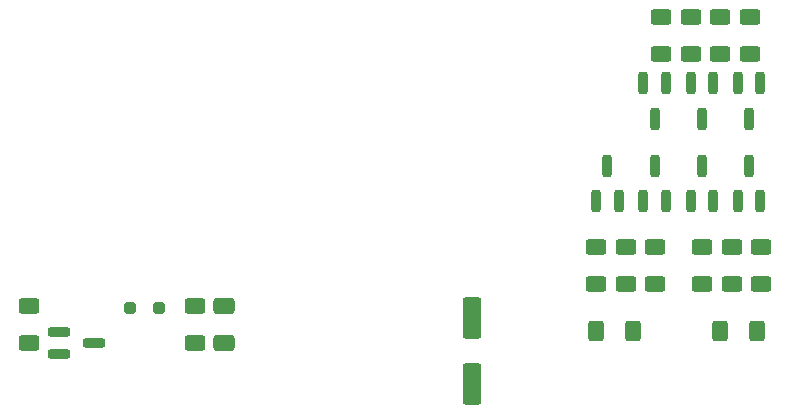
<source format=gbr>
G04 #@! TF.GenerationSoftware,KiCad,Pcbnew,8.0.5-8.0.5-0~ubuntu22.04.1*
G04 #@! TF.CreationDate,2024-09-10T18:29:42+02:00*
G04 #@! TF.ProjectId,Motherboard,4d6f7468-6572-4626-9f61-72642e6b6963,1.0*
G04 #@! TF.SameCoordinates,Original*
G04 #@! TF.FileFunction,Paste,Top*
G04 #@! TF.FilePolarity,Positive*
%FSLAX46Y46*%
G04 Gerber Fmt 4.6, Leading zero omitted, Abs format (unit mm)*
G04 Created by KiCad (PCBNEW 8.0.5-8.0.5-0~ubuntu22.04.1) date 2024-09-10 18:29:42*
%MOMM*%
%LPD*%
G01*
G04 APERTURE LIST*
G04 Aperture macros list*
%AMRoundRect*
0 Rectangle with rounded corners*
0 $1 Rounding radius*
0 $2 $3 $4 $5 $6 $7 $8 $9 X,Y pos of 4 corners*
0 Add a 4 corners polygon primitive as box body*
4,1,4,$2,$3,$4,$5,$6,$7,$8,$9,$2,$3,0*
0 Add four circle primitives for the rounded corners*
1,1,$1+$1,$2,$3*
1,1,$1+$1,$4,$5*
1,1,$1+$1,$6,$7*
1,1,$1+$1,$8,$9*
0 Add four rect primitives between the rounded corners*
20,1,$1+$1,$2,$3,$4,$5,0*
20,1,$1+$1,$4,$5,$6,$7,0*
20,1,$1+$1,$6,$7,$8,$9,0*
20,1,$1+$1,$8,$9,$2,$3,0*%
G04 Aperture macros list end*
%ADD10RoundRect,0.250000X-0.625000X0.400000X-0.625000X-0.400000X0.625000X-0.400000X0.625000X0.400000X0*%
%ADD11RoundRect,0.250000X0.625000X-0.400000X0.625000X0.400000X-0.625000X0.400000X-0.625000X-0.400000X0*%
%ADD12RoundRect,0.200000X0.200000X-0.750000X0.200000X0.750000X-0.200000X0.750000X-0.200000X-0.750000X0*%
%ADD13RoundRect,0.250000X0.550000X-1.500000X0.550000X1.500000X-0.550000X1.500000X-0.550000X-1.500000X0*%
%ADD14RoundRect,0.200000X-0.750000X-0.200000X0.750000X-0.200000X0.750000X0.200000X-0.750000X0.200000X0*%
%ADD15RoundRect,0.200000X-0.200000X0.750000X-0.200000X-0.750000X0.200000X-0.750000X0.200000X0.750000X0*%
%ADD16RoundRect,0.250000X0.250000X0.250000X-0.250000X0.250000X-0.250000X-0.250000X0.250000X-0.250000X0*%
%ADD17RoundRect,0.250000X-0.650000X0.412500X-0.650000X-0.412500X0.650000X-0.412500X0.650000X0.412500X0*%
%ADD18RoundRect,0.250000X-0.400000X-0.625000X0.400000X-0.625000X0.400000X0.625000X-0.400000X0.625000X0*%
G04 APERTURE END LIST*
D10*
X175000000Y-119900000D03*
X175000000Y-123000000D03*
D11*
X179000000Y-123000000D03*
X179000000Y-119900000D03*
D10*
X136000000Y-124900000D03*
X136000000Y-128000000D03*
D12*
X174000000Y-116000000D03*
X175900000Y-116000000D03*
X174950000Y-113000000D03*
D10*
X172500000Y-119900000D03*
X172500000Y-123000000D03*
X184000000Y-119900000D03*
X184000000Y-123000000D03*
D13*
X159500000Y-131500000D03*
X159500000Y-125900000D03*
D14*
X124500000Y-127050000D03*
X124500000Y-128950000D03*
X127500000Y-128000000D03*
D10*
X183000000Y-100400000D03*
X183000000Y-103500000D03*
D15*
X179900000Y-106000000D03*
X178000000Y-106000000D03*
X178950000Y-109000000D03*
D11*
X181500000Y-123000000D03*
X181500000Y-119900000D03*
D15*
X183900000Y-106000000D03*
X182000000Y-106000000D03*
X182950000Y-109000000D03*
D10*
X122000000Y-124900000D03*
X122000000Y-128000000D03*
X180500000Y-100400000D03*
X180500000Y-103500000D03*
D16*
X133000000Y-125000000D03*
X130500000Y-125000000D03*
D12*
X182000000Y-116000000D03*
X183900000Y-116000000D03*
X182950000Y-113000000D03*
D17*
X138500000Y-124875000D03*
X138500000Y-128000000D03*
D11*
X175500000Y-103500000D03*
X175500000Y-100400000D03*
D18*
X170000000Y-127000000D03*
X173100000Y-127000000D03*
D15*
X175900000Y-106000000D03*
X174000000Y-106000000D03*
X174950000Y-109000000D03*
D18*
X180500000Y-127000000D03*
X183600000Y-127000000D03*
D12*
X178000000Y-116000000D03*
X179900000Y-116000000D03*
X178950000Y-113000000D03*
D11*
X178000000Y-103500000D03*
X178000000Y-100400000D03*
D12*
X170000000Y-116000000D03*
X171900000Y-116000000D03*
X170950000Y-113000000D03*
D10*
X170000000Y-119900000D03*
X170000000Y-123000000D03*
M02*

</source>
